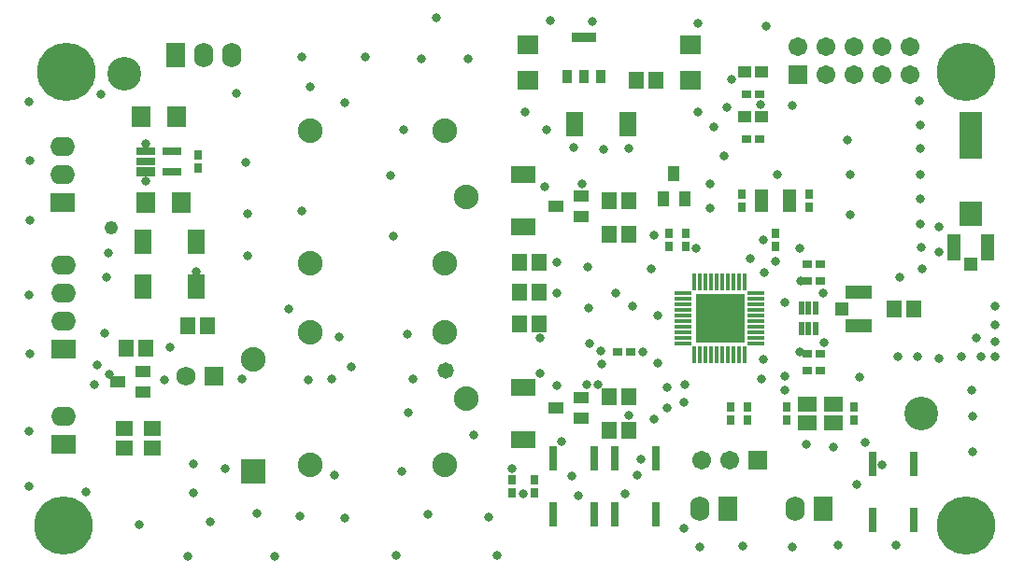
<source format=gts>
%FSLAX25Y25*%
%MOIN*%
G70*
G01*
G75*
G04 Layer_Color=8388736*
%ADD10R,0.04724X0.05512*%
%ADD11R,0.05500X0.07700*%
%ADD12R,0.04200X0.08800*%
%ADD13R,0.04000X0.04000*%
%ADD14R,0.07200X0.16000*%
%ADD15R,0.07200X0.08000*%
%ADD16R,0.08000X0.02500*%
%ADD17R,0.02500X0.04000*%
%ADD18R,0.01400X0.04000*%
%ADD19R,0.08800X0.04200*%
%ADD20R,0.04000X0.04000*%
%ADD21R,0.07000X0.06000*%
%ADD22R,0.05512X0.04724*%
%ADD23R,0.05906X0.04724*%
%ADD24R,0.02953X0.02362*%
%ADD25R,0.04000X0.03500*%
%ADD26R,0.03937X0.07087*%
%ADD27R,0.04724X0.03150*%
%ADD28R,0.02362X0.02953*%
%ADD29R,0.02362X0.07874*%
%ADD30R,0.03150X0.04724*%
%ADD31R,0.05906X0.01969*%
%ADD32R,0.05906X0.02362*%
%ADD33R,0.05906X0.02480*%
%ADD34R,0.06000X0.07000*%
%ADD35R,0.07700X0.05500*%
%ADD36O,0.01180X0.05906*%
%ADD37O,0.05906X0.01180*%
%ADD38R,0.17716X0.17716*%
%ADD39C,0.02000*%
%ADD40C,0.01000*%
%ADD41C,0.04000*%
%ADD42C,0.08000*%
%ADD43C,0.10000*%
%ADD44C,0.08000*%
%ADD45R,0.08000X0.08000*%
%ADD46R,0.08000X0.06000*%
%ADD47O,0.08000X0.06000*%
%ADD48C,0.06000*%
%ADD49R,0.06000X0.06000*%
%ADD50R,0.05906X0.05906*%
%ADD51C,0.05906*%
%ADD52R,0.06000X0.08000*%
%ADD53O,0.06000X0.08000*%
%ADD54C,0.20000*%
%ADD55C,0.04000*%
%ADD56R,0.03000X0.03000*%
%ADD57C,0.02500*%
%ADD58C,0.05000*%
%ADD59R,0.17700X0.17700*%
%ADD60C,0.00600*%
%ADD61C,0.00984*%
%ADD62C,0.00787*%
%ADD63C,0.00800*%
%ADD64C,0.00400*%
%ADD65R,0.05524X0.06312*%
%ADD66R,0.06300X0.08500*%
%ADD67R,0.05000X0.09600*%
%ADD68R,0.04800X0.04800*%
%ADD69R,0.08000X0.16800*%
%ADD70R,0.08000X0.08800*%
%ADD71R,0.08800X0.03300*%
%ADD72R,0.03300X0.04800*%
%ADD73R,0.02200X0.04800*%
%ADD74R,0.09600X0.05000*%
%ADD75R,0.04800X0.04800*%
%ADD76R,0.07800X0.06800*%
%ADD77R,0.06312X0.05524*%
%ADD78R,0.06706X0.05524*%
%ADD79R,0.03753X0.03162*%
%ADD80R,0.04800X0.04300*%
%ADD81R,0.04737X0.07887*%
%ADD82R,0.05524X0.03950*%
%ADD83R,0.03162X0.03753*%
%ADD84R,0.03162X0.08674*%
%ADD85R,0.03950X0.05524*%
%ADD86R,0.06706X0.02769*%
%ADD87R,0.06706X0.03162*%
%ADD88R,0.06706X0.03280*%
%ADD89R,0.06800X0.07800*%
%ADD90R,0.08500X0.06300*%
%ADD91O,0.01580X0.06306*%
%ADD92O,0.06306X0.01580*%
%ADD93C,0.08800*%
%ADD94R,0.08800X0.08800*%
%ADD95R,0.08800X0.06800*%
%ADD96O,0.08800X0.06800*%
%ADD97C,0.06800*%
%ADD98R,0.06800X0.06800*%
%ADD99R,0.06706X0.06706*%
%ADD100C,0.06706*%
%ADD101R,0.06800X0.08800*%
%ADD102O,0.06800X0.08800*%
%ADD103C,0.20800*%
%ADD104C,0.12000*%
%ADD105C,0.03300*%
%ADD106C,0.05800*%
%ADD107C,0.04800*%
D38*
X252395Y88605D02*
D03*
D56*
X254331Y94605D02*
D03*
X250331D02*
D03*
X258206Y82794D02*
D03*
X254331D02*
D03*
X246394D02*
D03*
X258206Y86700D02*
D03*
X254331D02*
D03*
X246394Y86731D02*
D03*
Y94605D02*
D03*
X258206D02*
D03*
X250331Y86700D02*
D03*
Y82794D02*
D03*
Y90668D02*
D03*
X246394D02*
D03*
X254331D02*
D03*
X258206D02*
D03*
D65*
X62457Y86000D02*
D03*
X69543D02*
D03*
X222457Y173600D02*
D03*
X229543D02*
D03*
X321543Y92000D02*
D03*
X314457D02*
D03*
X47543Y78000D02*
D03*
X40457D02*
D03*
X180757Y98200D02*
D03*
X187843D02*
D03*
X212757Y48700D02*
D03*
X219843D02*
D03*
X180757Y108700D02*
D03*
X187843D02*
D03*
X219843Y118700D02*
D03*
X212757D02*
D03*
X212757Y60700D02*
D03*
X219843D02*
D03*
X187843Y86700D02*
D03*
X180757D02*
D03*
X212757Y130700D02*
D03*
X219843D02*
D03*
D66*
X65400Y100000D02*
D03*
X46600D02*
D03*
X219400Y158000D02*
D03*
X200600D02*
D03*
X46600Y116000D02*
D03*
X65400D02*
D03*
D67*
X336000Y114000D02*
D03*
X348000D02*
D03*
D68*
X342000Y108000D02*
D03*
D69*
Y154000D02*
D03*
D70*
Y126000D02*
D03*
D71*
X204000Y189000D02*
D03*
D72*
X210000Y175000D02*
D03*
X204000D02*
D03*
X198000D02*
D03*
D73*
X286600Y85100D02*
D03*
X284000D02*
D03*
X281400D02*
D03*
Y92300D02*
D03*
X284000D02*
D03*
X286600D02*
D03*
D74*
X302000Y98000D02*
D03*
Y86000D02*
D03*
D75*
X296000Y92000D02*
D03*
D76*
X184000Y186300D02*
D03*
Y173700D02*
D03*
X242000Y186300D02*
D03*
Y173700D02*
D03*
D77*
X40000Y42457D02*
D03*
Y49543D02*
D03*
X50000Y42457D02*
D03*
Y49543D02*
D03*
D78*
X283576Y58047D02*
D03*
X293024D02*
D03*
Y51354D02*
D03*
X283576D02*
D03*
D79*
X261938Y168700D02*
D03*
X266662D02*
D03*
X220662Y76700D02*
D03*
X215938D02*
D03*
X288362Y70000D02*
D03*
X283638D02*
D03*
Y76000D02*
D03*
X288362D02*
D03*
X283638Y102000D02*
D03*
X288362D02*
D03*
Y108000D02*
D03*
X283638D02*
D03*
X261938Y152700D02*
D03*
X266662D02*
D03*
D80*
X267292Y160700D02*
D03*
X261308D02*
D03*
Y176700D02*
D03*
X267292D02*
D03*
D81*
X267379Y130700D02*
D03*
X277221D02*
D03*
D82*
X193772Y56700D02*
D03*
X202828Y52960D02*
D03*
Y60440D02*
D03*
X193772Y128700D02*
D03*
X202828Y124960D02*
D03*
Y132440D02*
D03*
X37472Y66000D02*
D03*
X46528Y62260D02*
D03*
Y69740D02*
D03*
D83*
X240300Y114338D02*
D03*
Y119062D02*
D03*
X272300Y114338D02*
D03*
Y119062D02*
D03*
X276300Y52338D02*
D03*
Y57062D02*
D03*
X300300D02*
D03*
Y52338D02*
D03*
X284300Y133062D02*
D03*
Y128338D02*
D03*
X260300Y133062D02*
D03*
Y128338D02*
D03*
X234300Y114338D02*
D03*
Y119062D02*
D03*
X262300Y52338D02*
D03*
Y57062D02*
D03*
X256300Y52338D02*
D03*
Y57062D02*
D03*
X66300Y142338D02*
D03*
Y147062D02*
D03*
X186300Y31062D02*
D03*
Y26338D02*
D03*
X178300Y31062D02*
D03*
Y26338D02*
D03*
D84*
X229583Y38739D02*
D03*
Y18661D02*
D03*
X214938D02*
D03*
X215017Y38739D02*
D03*
X193017Y18661D02*
D03*
Y38739D02*
D03*
X207662D02*
D03*
X207583Y18661D02*
D03*
X307017Y16661D02*
D03*
Y36739D02*
D03*
X321662D02*
D03*
X321583Y16661D02*
D03*
D85*
X236000Y140528D02*
D03*
X232260Y131472D02*
D03*
X239740D02*
D03*
D86*
X57024Y148243D02*
D03*
Y141157D02*
D03*
D87*
X47576Y148243D02*
D03*
Y144700D02*
D03*
D88*
Y141157D02*
D03*
D89*
X46000Y160700D02*
D03*
X58600D02*
D03*
X47700Y130000D02*
D03*
X60300D02*
D03*
D90*
X182300Y121300D02*
D03*
Y140100D02*
D03*
Y45300D02*
D03*
Y64100D02*
D03*
D91*
X243371Y101695D02*
D03*
X245339D02*
D03*
X247307D02*
D03*
X249276D02*
D03*
X251244D02*
D03*
X253213D02*
D03*
X255182D02*
D03*
X257150D02*
D03*
X259119D02*
D03*
X261087D02*
D03*
Y75705D02*
D03*
X259119D02*
D03*
X257150D02*
D03*
X255182D02*
D03*
X253213D02*
D03*
X251244D02*
D03*
X249276D02*
D03*
X247307D02*
D03*
X245339D02*
D03*
X243371D02*
D03*
D92*
X265295Y97558D02*
D03*
Y95590D02*
D03*
Y93621D02*
D03*
Y91653D02*
D03*
Y89684D02*
D03*
Y87716D02*
D03*
Y85747D02*
D03*
Y83779D02*
D03*
Y81810D02*
D03*
Y79842D02*
D03*
X239305D02*
D03*
Y81810D02*
D03*
Y83779D02*
D03*
Y85747D02*
D03*
Y87716D02*
D03*
Y89684D02*
D03*
Y91653D02*
D03*
Y93621D02*
D03*
Y95590D02*
D03*
Y97558D02*
D03*
D93*
X86000Y74000D02*
D03*
X154070Y36380D02*
D03*
Y83620D02*
D03*
X106050Y36380D02*
D03*
Y83620D02*
D03*
X161950Y60000D02*
D03*
X154070Y108380D02*
D03*
Y155620D02*
D03*
X106050Y108380D02*
D03*
Y155620D02*
D03*
X161950Y132000D02*
D03*
D94*
X86000Y34000D02*
D03*
D95*
X18000Y130000D02*
D03*
X18300Y77700D02*
D03*
Y43700D02*
D03*
D96*
X18000Y140000D02*
D03*
Y150000D02*
D03*
X18300Y107700D02*
D03*
Y97700D02*
D03*
Y87700D02*
D03*
Y53700D02*
D03*
D97*
X62000Y68000D02*
D03*
D98*
X72000D02*
D03*
D99*
X266000Y38000D02*
D03*
X280300Y175700D02*
D03*
D100*
X256000Y38000D02*
D03*
X246000D02*
D03*
X280300Y185700D02*
D03*
X290300Y175700D02*
D03*
Y185700D02*
D03*
X300300Y175700D02*
D03*
Y185700D02*
D03*
X310300Y175700D02*
D03*
Y185700D02*
D03*
X320300Y175700D02*
D03*
Y185700D02*
D03*
D101*
X58300Y182700D02*
D03*
X289300Y20700D02*
D03*
X255300D02*
D03*
D102*
X68300Y182700D02*
D03*
X78300D02*
D03*
X279300Y20700D02*
D03*
X245300D02*
D03*
D103*
X340300Y176700D02*
D03*
X18300Y14700D02*
D03*
X19100Y176700D02*
D03*
X340300Y14700D02*
D03*
D104*
X40000Y176000D02*
D03*
X324300Y54700D02*
D03*
D105*
X6000Y28600D02*
D03*
Y48400D02*
D03*
X6300Y75900D02*
D03*
X6000Y96900D02*
D03*
X6300Y123600D02*
D03*
Y145100D02*
D03*
X54300Y66800D02*
D03*
X267300Y67100D02*
D03*
X76000Y35100D02*
D03*
X64400Y26400D02*
D03*
X65400Y105400D02*
D03*
X5900Y166000D02*
D03*
X141200Y55200D02*
D03*
X64600Y36700D02*
D03*
X114000Y67000D02*
D03*
X81800D02*
D03*
X164500Y47100D02*
D03*
X103200Y126900D02*
D03*
X105500Y66800D02*
D03*
X114800Y32700D02*
D03*
X106300Y171400D02*
D03*
X120800Y71300D02*
D03*
X118600Y165700D02*
D03*
X70600Y16100D02*
D03*
X239600Y13800D02*
D03*
X34600Y68700D02*
D03*
X47576Y137624D02*
D03*
Y151024D02*
D03*
X315100Y7800D02*
D03*
X294500Y7600D02*
D03*
X278100Y7100D02*
D03*
X260500Y7400D02*
D03*
X342400Y41000D02*
D03*
Y53700D02*
D03*
X342100Y63100D02*
D03*
X350400Y75000D02*
D03*
X345400Y75100D02*
D03*
X350500Y80500D02*
D03*
X350600Y93000D02*
D03*
X350500Y86500D02*
D03*
X343800Y81800D02*
D03*
X338400Y75000D02*
D03*
X330400Y74500D02*
D03*
X323000Y75000D02*
D03*
X316000D02*
D03*
X316500Y103300D02*
D03*
X324500Y106400D02*
D03*
X330400Y112500D02*
D03*
X330600Y121300D02*
D03*
X324300Y114000D02*
D03*
X324000Y122300D02*
D03*
X323800Y131500D02*
D03*
Y140100D02*
D03*
Y149300D02*
D03*
Y157600D02*
D03*
X323500Y166400D02*
D03*
X148100Y18700D02*
D03*
X142800Y67100D02*
D03*
X31500Y168700D02*
D03*
X139500Y155900D02*
D03*
X79800Y169100D02*
D03*
X83300Y144400D02*
D03*
X83800Y111200D02*
D03*
X34100Y112100D02*
D03*
X29100Y65100D02*
D03*
X56200Y78500D02*
D03*
X45100Y15000D02*
D03*
X304100Y44500D02*
D03*
X275400Y67900D02*
D03*
X283300Y43700D02*
D03*
X275500Y62900D02*
D03*
X289600Y80200D02*
D03*
X289200Y97700D02*
D03*
X275700Y94500D02*
D03*
X267900Y116800D02*
D03*
X263300Y110100D02*
D03*
X272100Y108900D02*
D03*
X268300Y105200D02*
D03*
X151300Y196000D02*
D03*
X191800Y195100D02*
D03*
X206800Y194600D02*
D03*
X269000Y193100D02*
D03*
X98400Y92100D02*
D03*
X244500Y193900D02*
D03*
X116600Y82000D02*
D03*
X162500Y181500D02*
D03*
X183000Y162500D02*
D03*
X190600Y155900D02*
D03*
X220000Y149400D02*
D03*
X210900Y149200D02*
D03*
X200300Y149600D02*
D03*
X255000Y164000D02*
D03*
X250200Y157100D02*
D03*
X253900Y146800D02*
D03*
X249000Y136700D02*
D03*
X248900Y127900D02*
D03*
X221100Y92900D02*
D03*
X205700Y92300D02*
D03*
X233500Y56800D02*
D03*
X233400Y64200D02*
D03*
X239600Y58700D02*
D03*
X240000Y64900D02*
D03*
X173000Y4100D02*
D03*
X118700Y17400D02*
D03*
X169900Y17700D02*
D03*
X145900Y181500D02*
D03*
X126000Y181900D02*
D03*
X103200D02*
D03*
X134900Y139800D02*
D03*
X227800Y106300D02*
D03*
X302100Y67700D02*
D03*
X298800Y125800D02*
D03*
Y139900D02*
D03*
X298000Y152400D02*
D03*
X281100Y102000D02*
D03*
X280929Y76571D02*
D03*
X244400Y162400D02*
D03*
X208800Y65000D02*
D03*
X210100Y72500D02*
D03*
X278100Y164700D02*
D03*
X310300Y36500D02*
D03*
X266800Y165200D02*
D03*
X256600Y174200D02*
D03*
X293000Y42600D02*
D03*
X245200Y7000D02*
D03*
X218700Y25900D02*
D03*
X201800Y25400D02*
D03*
X33000Y83400D02*
D03*
X33600Y103300D02*
D03*
X83800Y126100D02*
D03*
X26100Y26600D02*
D03*
X243800Y113700D02*
D03*
X224800Y76700D02*
D03*
X188300Y81700D02*
D03*
Y69200D02*
D03*
X194300Y64700D02*
D03*
X194300Y108700D02*
D03*
X194300Y97700D02*
D03*
X205896Y79796D02*
D03*
X280800Y113700D02*
D03*
X267800Y74200D02*
D03*
X230300Y89700D02*
D03*
X219800Y54200D02*
D03*
X230300Y72700D02*
D03*
X228800Y52700D02*
D03*
X209800Y76900D02*
D03*
X199600Y32500D02*
D03*
X223000Y32600D02*
D03*
X301300Y29300D02*
D03*
X272900Y140000D02*
D03*
X30200Y72200D02*
D03*
X62600Y3600D02*
D03*
X205000Y65100D02*
D03*
X229000Y118300D02*
D03*
X135800Y118200D02*
D03*
X140800Y83200D02*
D03*
X102600Y18200D02*
D03*
X138800Y34200D02*
D03*
X93500Y3700D02*
D03*
X205200Y107100D02*
D03*
X215100Y97700D02*
D03*
X137000Y3900D02*
D03*
X203200Y136600D02*
D03*
X196000Y44600D02*
D03*
X178300Y35100D02*
D03*
X224300Y38400D02*
D03*
X182100Y26100D02*
D03*
X189920Y135580D02*
D03*
X87300Y19200D02*
D03*
D106*
X154400Y70100D02*
D03*
D107*
X35300Y120900D02*
D03*
M02*

</source>
